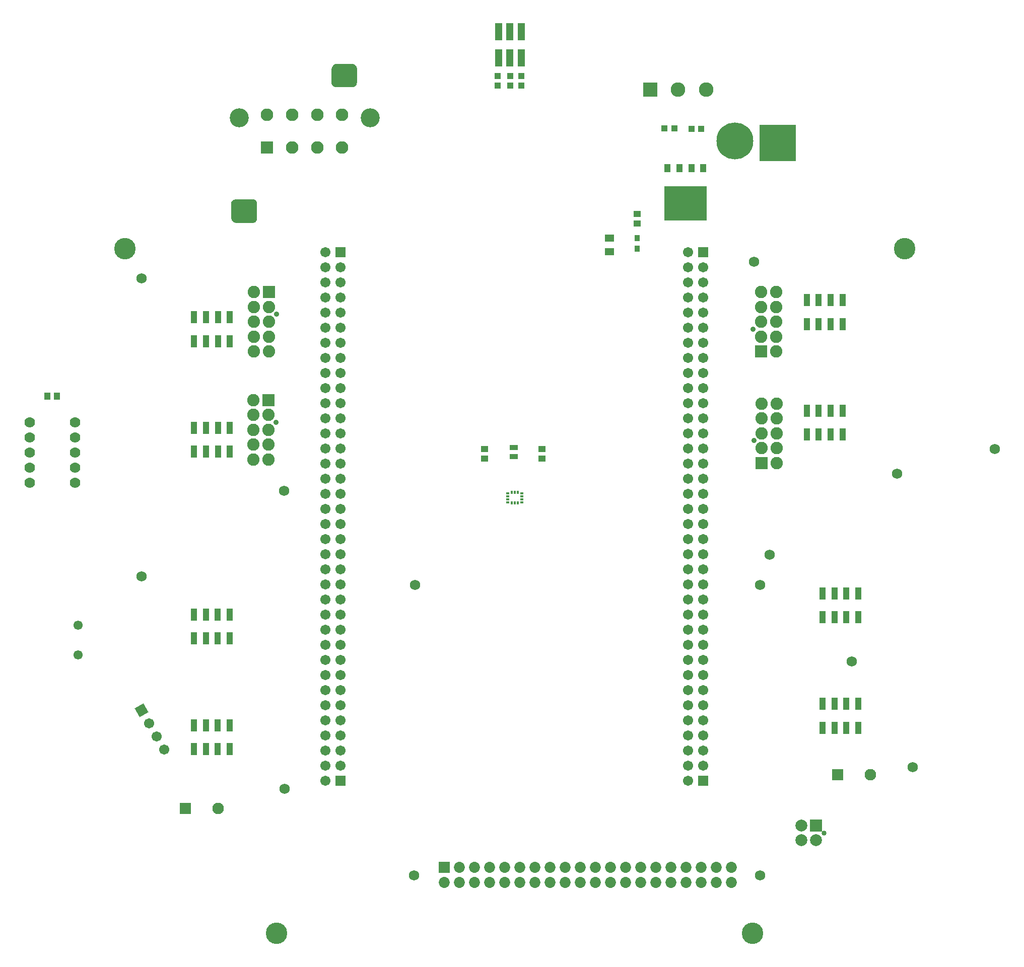
<source format=gbr>
%TF.GenerationSoftware,Altium Limited,Altium Designer,23.6.0 (18)*%
G04 Layer_Color=8388736*
%FSLAX45Y45*%
%MOMM*%
%TF.SameCoordinates,8B2A78E3-6762-467B-82E4-ABAB87B9FA14*%
%TF.FilePolarity,Negative*%
%TF.FileFunction,Soldermask,Top*%
%TF.Part,Single*%
G01*
G75*
%TA.AperFunction,SMDPad,CuDef*%
%ADD12R,1.14220X1.46200*%
%ADD13R,7.08660X5.84200*%
%ADD14R,1.13504X1.06213*%
%ADD15R,1.06213X1.13504*%
%ADD20R,0.90000X1.00000*%
%ADD21R,1.35000X0.95000*%
%TA.AperFunction,ComponentPad*%
%ADD36R,2.45000X2.45000*%
%ADD37C,2.45000*%
%TA.AperFunction,SMDPad,CuDef*%
%ADD74R,1.20320X3.00320*%
%ADD75R,1.09320X2.11320*%
%ADD76R,0.57500X0.35000*%
%ADD77R,0.35000X0.57500*%
%ADD78R,1.60320X1.30320*%
%ADD79R,1.20320X1.10320*%
%ADD80R,1.10320X1.20320*%
%TA.AperFunction,ComponentPad*%
%ADD81C,1.72720*%
%ADD82C,1.85320*%
%ADD83R,1.85320X1.85320*%
%ADD84R,1.95320X1.95320*%
%ADD85C,1.95320*%
%ADD86R,6.20320X6.20320*%
%ADD87C,6.20320*%
%ADD88C,0.87820*%
%ADD89C,2.07820*%
%ADD90R,2.07820X2.07820*%
%ADD91C,3.20320*%
%ADD92C,2.10320*%
%ADD93R,2.10320X2.10320*%
%ADD94C,2.00320*%
%ADD95R,2.00320X2.00320*%
%ADD96C,0.85320*%
%ADD97R,1.71120X1.71120*%
%ADD98C,1.71120*%
%ADD99C,1.55320*%
%ADD100C,1.77820*%
%ADD101C,1.70320*%
%ADD102P,2.40869X4X345.0*%
%TA.AperFunction,ViaPad*%
%ADD103C,1.72720*%
%ADD104C,3.60320*%
G36*
X-785693Y13218245D02*
X-773436Y13218245D01*
X-750787Y13208862D01*
X-733452Y13191528D01*
X-724070Y13168880D01*
X-724071Y13156621D01*
X-724071Y13156621D01*
X-724070Y13156619D01*
X-724070Y12894122D01*
X-724070Y12887315D01*
X-726726Y12873959D01*
X-731937Y12861382D01*
X-739502Y12850060D01*
X-749130Y12840433D01*
X-760451Y12832867D01*
X-773030Y12827657D01*
X-780941Y12826083D01*
X-793192Y12825000D01*
X-793193Y12825002D01*
X-793193Y12825000D01*
X-1066807D01*
X-1075344Y12825000D01*
X-1092090Y12828329D01*
X-1107864Y12834863D01*
X-1122061Y12844350D01*
X-1134134Y12856422D01*
X-1143620Y12870619D01*
X-1150154Y12886394D01*
X-1153485Y12903139D01*
X-1153484Y12911676D01*
X-1153485Y12911678D01*
Y13158711D01*
X-1150947Y13171471D01*
X-1145969Y13183488D01*
X-1138742Y13194304D01*
X-1129544Y13203502D01*
X-1118728Y13210728D01*
X-1106710Y13215707D01*
X-1093951Y13218245D01*
X-1087447D01*
X-1087447Y13218245D01*
X-785693Y13218245D01*
D02*
G37*
G36*
X868377Y15501622D02*
X877401Y15501622D01*
X895103Y15498100D01*
X911777Y15491194D01*
X926783Y15481168D01*
X939545Y15468405D01*
X949572Y15453400D01*
X956478Y15436723D01*
X959462Y15421724D01*
X959999Y15410028D01*
Y15409999D01*
X959998Y15409999D01*
X960000Y15409998D01*
X960000Y15190915D01*
X960000Y15182787D01*
X956828Y15166840D01*
X950606Y15151819D01*
X941573Y15138300D01*
X930077Y15126804D01*
X916558Y15117770D01*
X901537Y15111549D01*
X889277Y15109111D01*
X877462Y15108379D01*
X877462Y15108379D01*
X877461Y15108377D01*
X603641D01*
X587985Y15111491D01*
X573237Y15117599D01*
X559964Y15126469D01*
X548677Y15137756D01*
X539808Y15151028D01*
X533700Y15165776D01*
X530586Y15181433D01*
Y15189413D01*
X530585Y15189413D01*
Y15414014D01*
X534320Y15432788D01*
X541646Y15450475D01*
X552281Y15466389D01*
X565817Y15479926D01*
X581733Y15490562D01*
X599419Y15497887D01*
X618194Y15501622D01*
X627766D01*
X627766Y15501622D01*
X868377Y15501622D01*
D02*
G37*
D12*
X6780000Y13743430D02*
D03*
X6580000D02*
D03*
X6380000D02*
D03*
X6180000D02*
D03*
D13*
X6480000Y13156689D02*
D03*
D14*
X6583461Y14410001D02*
D03*
X6746539D02*
D03*
X6291539Y14412500D02*
D03*
X6128461D02*
D03*
D15*
X3722500Y15135960D02*
D03*
Y15299039D02*
D03*
X3327500Y15135960D02*
D03*
Y15299039D02*
D03*
X3532500Y15133461D02*
D03*
Y15296539D02*
D03*
D20*
X5665300Y12569500D02*
D03*
Y12389500D02*
D03*
D21*
X3595839Y8897911D02*
D03*
Y9047911D02*
D03*
D36*
X5887500Y15062500D02*
D03*
D37*
X6357500D02*
D03*
X6827500D02*
D03*
D74*
X3337500Y15600000D02*
D03*
Y16039999D02*
D03*
X3527500Y15600000D02*
D03*
Y16039999D02*
D03*
X3717500Y15600000D02*
D03*
Y16039999D02*
D03*
D75*
X-1782500Y4375500D02*
D03*
Y3974500D02*
D03*
X-1582500Y4375500D02*
D03*
Y3974500D02*
D03*
X-1382500Y4375500D02*
D03*
Y3974500D02*
D03*
X-1182500Y4375500D02*
D03*
Y3974500D02*
D03*
X-1782500Y6235500D02*
D03*
Y5834500D02*
D03*
X-1582500Y6235500D02*
D03*
Y5834500D02*
D03*
X-1382500Y6235500D02*
D03*
Y5834500D02*
D03*
X-1182500Y6235500D02*
D03*
Y5834500D02*
D03*
X-1777501Y11236000D02*
D03*
Y10835000D02*
D03*
X-1577501Y11236000D02*
D03*
Y10835000D02*
D03*
X-1377501Y11236000D02*
D03*
Y10835000D02*
D03*
X-1177501Y11236000D02*
D03*
Y10835000D02*
D03*
X-1777501Y9376000D02*
D03*
Y8975000D02*
D03*
X-1577501Y9376000D02*
D03*
Y8975000D02*
D03*
X-1377501Y9376000D02*
D03*
Y8975000D02*
D03*
X-1177501Y9376000D02*
D03*
Y8975000D02*
D03*
X8920000Y11525000D02*
D03*
X9120000D02*
D03*
X8720000Y11124000D02*
D03*
X9120000D02*
D03*
X8920000D02*
D03*
X8520000Y11525000D02*
D03*
X8720000D02*
D03*
X8520000Y11124000D02*
D03*
X8920000Y9665000D02*
D03*
X9120000D02*
D03*
X8720000Y9264000D02*
D03*
X9120000D02*
D03*
X8920000D02*
D03*
X8520000Y9665000D02*
D03*
X8720000D02*
D03*
X8520000Y9264000D02*
D03*
X9385000Y4332500D02*
D03*
Y4733500D02*
D03*
X9185000Y4332500D02*
D03*
Y4733500D02*
D03*
X8985000Y4332500D02*
D03*
Y4733500D02*
D03*
X8785000Y4332500D02*
D03*
Y4733500D02*
D03*
X9385000Y6192500D02*
D03*
Y6593500D02*
D03*
X9185000Y6192500D02*
D03*
Y6593500D02*
D03*
X8985000Y6192500D02*
D03*
Y6593500D02*
D03*
X8785000Y6192500D02*
D03*
Y6593500D02*
D03*
D76*
X3493750Y8277500D02*
D03*
Y8227500D02*
D03*
Y8177500D02*
D03*
Y8127500D02*
D03*
X3726250D02*
D03*
Y8177500D02*
D03*
Y8227500D02*
D03*
Y8277500D02*
D03*
D77*
X3560000Y8111250D02*
D03*
X3610000D02*
D03*
X3660000D02*
D03*
Y8293750D02*
D03*
X3610000D02*
D03*
X3560000D02*
D03*
D78*
X5200000Y12339498D02*
D03*
Y12569498D02*
D03*
D79*
X5665300Y12977499D02*
D03*
Y12817500D02*
D03*
X4067500Y9022500D02*
D03*
Y8862500D02*
D03*
X3100000D02*
D03*
Y9022500D02*
D03*
D80*
X-4247500Y9907500D02*
D03*
X-4087500D02*
D03*
D81*
X1931500Y6738000D02*
D03*
X7735400D02*
D03*
Y1848500D02*
D03*
X1918800D02*
D03*
D82*
X7252800Y1734200D02*
D03*
Y1988200D02*
D03*
X6998800Y1734200D02*
D03*
Y1988200D02*
D03*
X6744800Y1734200D02*
D03*
Y1988200D02*
D03*
X6490800Y1734200D02*
D03*
X6236800D02*
D03*
Y1988200D02*
D03*
X5982800Y1734200D02*
D03*
Y1988200D02*
D03*
X5728800Y1734200D02*
D03*
Y1988200D02*
D03*
X5474800Y1734200D02*
D03*
Y1988200D02*
D03*
X5220800Y1734200D02*
D03*
Y1988200D02*
D03*
X4966800Y1734200D02*
D03*
Y1988200D02*
D03*
X4712800Y1734200D02*
D03*
Y1988200D02*
D03*
X4458800Y1734200D02*
D03*
Y1988200D02*
D03*
X4204800Y1734200D02*
D03*
Y1988200D02*
D03*
X3950800Y1734200D02*
D03*
Y1988200D02*
D03*
X3696800Y1734200D02*
D03*
Y1988200D02*
D03*
X3442800Y1734200D02*
D03*
Y1988200D02*
D03*
X3188800Y1734200D02*
D03*
Y1988200D02*
D03*
X2934800Y1734200D02*
D03*
Y1988200D02*
D03*
X2680800Y1734200D02*
D03*
Y1988200D02*
D03*
X2426800Y1734200D02*
D03*
X6490800Y1988200D02*
D03*
D83*
X2426800D02*
D03*
D84*
X9035000Y3540000D02*
D03*
X-1922500Y2975000D02*
D03*
D85*
X9585000Y3540000D02*
D03*
X-1372500Y2975000D02*
D03*
D86*
X8030000Y14172501D02*
D03*
D87*
X7310000Y14203000D02*
D03*
D88*
X-402500Y9470000D02*
D03*
X-389200Y11287700D02*
D03*
X7631200Y9162100D02*
D03*
X7618500Y11037700D02*
D03*
D89*
X-786500Y8845000D02*
D03*
Y9095000D02*
D03*
Y9345000D02*
D03*
Y9595000D02*
D03*
Y9845000D02*
D03*
X-532500Y8845000D02*
D03*
Y9095000D02*
D03*
Y9345000D02*
D03*
Y9595000D02*
D03*
X-773200Y10662700D02*
D03*
Y10912700D02*
D03*
Y11162700D02*
D03*
Y11412700D02*
D03*
Y11662700D02*
D03*
X-519200Y10662700D02*
D03*
Y10912700D02*
D03*
Y11162700D02*
D03*
Y11412700D02*
D03*
X8015200Y9787100D02*
D03*
Y9537100D02*
D03*
Y9287100D02*
D03*
Y9037100D02*
D03*
Y8787100D02*
D03*
X7761200Y9787100D02*
D03*
Y9537100D02*
D03*
Y9287100D02*
D03*
Y9037100D02*
D03*
X7748500Y10912700D02*
D03*
Y11162700D02*
D03*
Y11412700D02*
D03*
Y11662700D02*
D03*
X8002500Y10662700D02*
D03*
Y10912700D02*
D03*
Y11162700D02*
D03*
Y11412700D02*
D03*
Y11662700D02*
D03*
D90*
X-532500Y9845000D02*
D03*
X-519200Y11662700D02*
D03*
X7761200Y8787100D02*
D03*
X7748500Y10662700D02*
D03*
D91*
X-1020000Y14594000D02*
D03*
X1180000D02*
D03*
D92*
X-130000Y14089999D02*
D03*
X710000D02*
D03*
X290000D02*
D03*
X-550000Y14639999D02*
D03*
X-130000D02*
D03*
X710000D02*
D03*
X290000D02*
D03*
D93*
X-550000Y14089999D02*
D03*
D94*
X8425000Y2440000D02*
D03*
X8675000D02*
D03*
X8425000Y2690000D02*
D03*
D95*
X8675000D02*
D03*
D96*
X8809000Y2565000D02*
D03*
D97*
X6777612Y3439272D02*
D03*
X681612Y3441273D02*
D03*
X6777612Y12329272D02*
D03*
X681612Y12331273D02*
D03*
D98*
X6523612Y3439272D02*
D03*
X6777612Y3693272D02*
D03*
X6523612D02*
D03*
X6777612Y3947272D02*
D03*
X6523612D02*
D03*
X6777612Y4201272D02*
D03*
X6523612D02*
D03*
X6777612Y4455272D02*
D03*
X6523612D02*
D03*
X6777612Y4709272D02*
D03*
X6523612D02*
D03*
X6777612Y4963272D02*
D03*
X6523612D02*
D03*
X6777612Y5217272D02*
D03*
X6523612D02*
D03*
X6777612Y5471272D02*
D03*
X6523612D02*
D03*
X6777612Y5725272D02*
D03*
X6523612D02*
D03*
X6777612Y5979272D02*
D03*
X6523612D02*
D03*
X6777612Y6233272D02*
D03*
X6523612D02*
D03*
X6777612Y6487272D02*
D03*
X6523612D02*
D03*
X6777612Y6741272D02*
D03*
X6523612D02*
D03*
X6777612Y6995272D02*
D03*
X6523612D02*
D03*
X6777612Y7249272D02*
D03*
X6523612D02*
D03*
X6777612Y7503272D02*
D03*
X6523612D02*
D03*
X6777612Y7757272D02*
D03*
X6523612D02*
D03*
X6777612Y8011272D02*
D03*
X6523612D02*
D03*
X6777612Y8265272D02*
D03*
X6523612D02*
D03*
X6777612Y8519272D02*
D03*
X6523612D02*
D03*
X6777612Y8773272D02*
D03*
X6523612D02*
D03*
X6777612Y9027272D02*
D03*
X6523612D02*
D03*
X6777612Y9281272D02*
D03*
X6523612D02*
D03*
X6777612Y9535272D02*
D03*
X6523612D02*
D03*
X6777612Y9789272D02*
D03*
X6523612D02*
D03*
X6777612Y10043272D02*
D03*
X6523612D02*
D03*
X6777612Y10297272D02*
D03*
X6523612D02*
D03*
X6777612Y10551272D02*
D03*
X6523612D02*
D03*
X6777612Y10805272D02*
D03*
X6523612D02*
D03*
X6777612Y11059272D02*
D03*
X6523612D02*
D03*
X6777612Y11313272D02*
D03*
X6523612D02*
D03*
X6777612Y11567272D02*
D03*
X6523612D02*
D03*
X6777612Y11821272D02*
D03*
X6523612D02*
D03*
X6777612Y12075272D02*
D03*
X6523612D02*
D03*
X427612Y3441273D02*
D03*
X6523612Y12329272D02*
D03*
X681612Y3695273D02*
D03*
X427612D02*
D03*
X681612Y3949273D02*
D03*
X427612D02*
D03*
X681612Y4203273D02*
D03*
X427612D02*
D03*
X681612Y4457273D02*
D03*
X427612D02*
D03*
X681612Y4711273D02*
D03*
X427612D02*
D03*
X681612Y4965273D02*
D03*
X427612D02*
D03*
X681612Y5219273D02*
D03*
X427612D02*
D03*
X681612Y5473273D02*
D03*
X427612D02*
D03*
X681612Y5727273D02*
D03*
X427612D02*
D03*
X681612Y5981273D02*
D03*
X427612D02*
D03*
X681612Y6235273D02*
D03*
X427612D02*
D03*
X681612Y6489273D02*
D03*
X427612D02*
D03*
X681612Y6743273D02*
D03*
X427612D02*
D03*
X681612Y6997273D02*
D03*
X427612D02*
D03*
X681612Y7251273D02*
D03*
X427612D02*
D03*
X681612Y7505273D02*
D03*
X427612D02*
D03*
X681612Y7759273D02*
D03*
X427612D02*
D03*
X681612Y8013273D02*
D03*
X427612D02*
D03*
X681612Y8267273D02*
D03*
X427612D02*
D03*
X681612Y8521273D02*
D03*
X427612D02*
D03*
X681612Y8775273D02*
D03*
X427612D02*
D03*
X681612Y9029273D02*
D03*
X427612D02*
D03*
X681612Y9283273D02*
D03*
X427612D02*
D03*
X681612Y9537273D02*
D03*
X427612D02*
D03*
X681612Y9791273D02*
D03*
X427612D02*
D03*
X681612Y10045273D02*
D03*
X427612D02*
D03*
X681612Y10299273D02*
D03*
X427612D02*
D03*
X681612Y10553273D02*
D03*
X427612D02*
D03*
X681612Y10807273D02*
D03*
X427612D02*
D03*
X681612Y11061273D02*
D03*
X427612D02*
D03*
X681612Y11315273D02*
D03*
X427612D02*
D03*
X681612Y11569273D02*
D03*
X427612D02*
D03*
X681612Y11823273D02*
D03*
X427612D02*
D03*
X681612Y12077273D02*
D03*
X427612D02*
D03*
Y12331273D02*
D03*
D99*
X-3725000Y5555000D02*
D03*
Y6055000D02*
D03*
D100*
X-3780500Y9469500D02*
D03*
Y9215500D02*
D03*
Y8961500D02*
D03*
Y8707500D02*
D03*
Y8453500D02*
D03*
X-4542500D02*
D03*
Y8707500D02*
D03*
Y8961500D02*
D03*
Y9215500D02*
D03*
Y9469500D02*
D03*
D101*
X-2284900Y3965330D02*
D03*
X-2411900Y4185300D02*
D03*
X-2538900Y4405271D02*
D03*
D102*
X-2665900Y4625241D02*
D03*
D103*
X11677500Y9017503D02*
D03*
X9277500Y5444998D02*
D03*
X-2662501Y11889999D02*
D03*
X-267500Y8319998D02*
D03*
X-260002Y3310001D02*
D03*
X-2662501Y6880001D02*
D03*
X7897498Y7240001D02*
D03*
X10300003Y3672499D02*
D03*
X10039998Y8602502D02*
D03*
X7634999Y12172498D02*
D03*
D104*
X10163213Y12393412D02*
D03*
X7610000Y876594D02*
D03*
X-2943217Y12393412D02*
D03*
X-389999Y876594D02*
D03*
%TF.MD5,faac5b969e646523bc95a615c6c72b33*%
M02*

</source>
